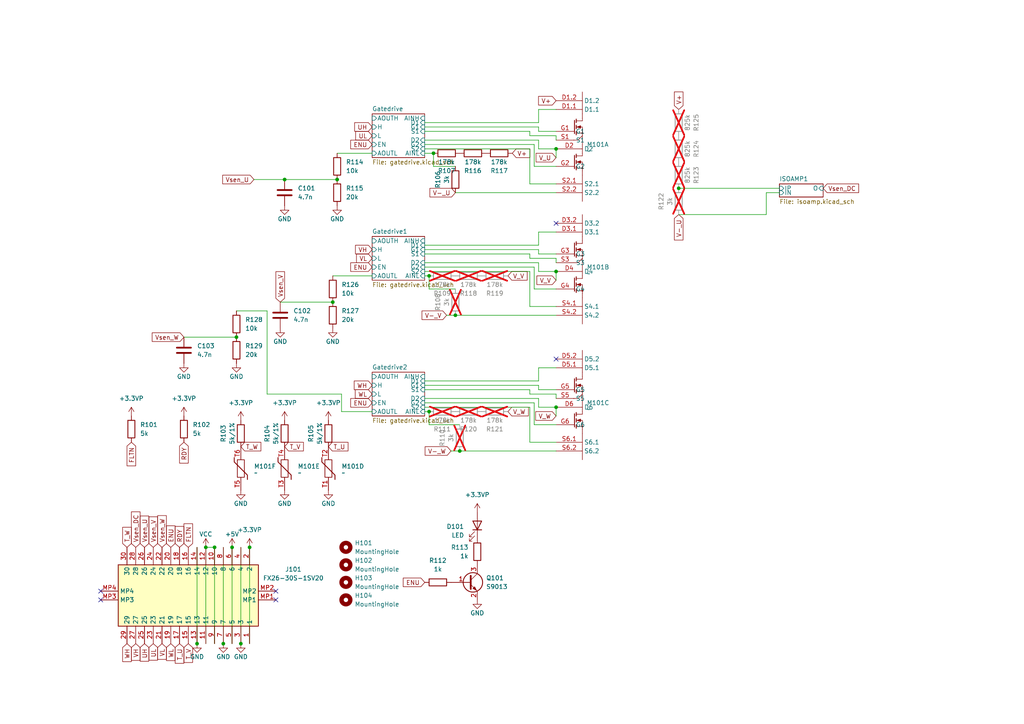
<source format=kicad_sch>
(kicad_sch (version 20231120) (generator "eeschema") (generator_version "8.0")
  (paper "A4")
  (lib_symbols
    (symbol "Device:C" (pin_numbers hide) (pin_names (offset 0.254))
      (property "Reference" "C" (at 0.635 2.54 0))
      (property "Value" "C" (at 0.635 -2.54 0))
      (symbol "C_0_1"
        (polyline (pts (xy -2.032 -0.762) (xy 2.032 -0.762)) (stroke (width 0.508)))
        (polyline (pts (xy -2.032 0.762) (xy 2.032 0.762)) (stroke (width 0.508)))
      )
      (symbol "C_1_1"
        (pin passive line (at 0 3.81 270) (length 2.794) (name "~") (number "1"))
        (pin passive line (at 0 -3.81 90) (length 2.794) (name "~") (number "2"))
      )
    )
    (symbol "Device:LED" (pin_numbers hide) (pin_names (offset 1.016) hide)
      (property "Reference" "D" (at 0 2.54 0))
      (property "Value" "LED" (at 0 -2.54 0))
      (symbol "LED_0_1"
        (polyline (pts (xy -1.27 -1.27) (xy -1.27 1.27)) (stroke (width 0.254)))
        (polyline (pts (xy -1.27 0) (xy 1.27 0)))
        (polyline (pts (xy 1.27 -1.27) (xy 1.27 1.27) (xy -1.27 0) (xy 1.27 -1.27)) (stroke (width 0.254)))
        (polyline (pts (xy -3.048 -0.762) (xy -4.572 -2.286) (xy -3.81 -2.286) (xy -4.572 -2.286) (xy -4.572 -1.524)))
        (polyline (pts (xy -1.778 -0.762) (xy -3.302 -2.286) (xy -2.54 -2.286) (xy -3.302 -2.286) (xy -3.302 -1.524)))
      )
      (symbol "LED_1_1"
        (pin passive line (at -3.81 0 0) (length 2.54) (name "K") (number "1"))
        (pin passive line (at 3.81 0 180) (length 2.54) (name "A") (number "2"))
      )
    )
    (symbol "Device:Q_NPN_BEC" (pin_names (offset 0) hide)
      (property "Reference" "Q" (at 5.08 1.27 0))
      (property "Value" "Q_NPN_BEC" (at 5.08 -1.27 0))
      (symbol "Q_NPN_BEC_0_1"
        (polyline (pts (xy 0.635 0.635) (xy 2.54 2.54)))
        (polyline (pts (xy 0.635 -0.635) (xy 2.54 -2.54) (xy 2.54 -2.54)))
        (polyline (pts (xy 0.635 1.905) (xy 0.635 -1.905) (xy 0.635 -1.905)) (stroke (width 0.508)))
        (polyline (pts (xy 1.27 -1.778) (xy 1.778 -1.27) (xy 2.286 -2.286) (xy 1.27 -1.778) (xy 1.27 -1.778)) (fill (type outline)))
        (circle (center 1.27 0) (radius 2.8194) (stroke (width 0.254)))
      )
      (symbol "Q_NPN_BEC_1_1"
        (pin input line (at -5.08 0 0) (length 5.715) (name "B") (number "1"))
        (pin passive line (at 2.54 -5.08 90) (length 2.54) (name "E") (number "2"))
        (pin passive line (at 2.54 5.08 270) (length 2.54) (name "C") (number "3"))
      )
    )
    (symbol "Device:R" (pin_numbers hide) (pin_names (offset 0))
      (property "Reference" "R" (at 2.032 0 90))
      (property "Value" "R" (at 0 0 90))
      (symbol "R_0_1"
        (rectangle (start -1.016 -2.54) (end 1.016 2.54) (stroke (width 0.254)))
      )
      (symbol "R_1_1"
        (pin passive line (at 0 3.81 270) (length 1.27) (name "~") (number "1"))
        (pin passive line (at 0 -3.81 90) (length 1.27) (name "~") (number "2"))
      )
    )
    (symbol "Mechanical:MountingHole" (pin_names (offset 1.016)) (exclude_from_sim yes) (in_bom no)
      (property "Reference" "H" (at 0 5.08 0))
      (property "Value" "MountingHole" (at 0 3.175 0))
      (symbol "MountingHole_0_1"
        (circle (center 0 0) (radius 1.27) (stroke (width 1.27)))
      )
    )
    (symbol "Personal:InverterSiCModule"
      (property "Reference" "M" (at 0 2.54 0))
      (symbol "InverterSiCModule_1_1"
        (circle (center 0 -17.018) (radius 0.1778) (fill (type outline)))
        (circle (center 0 -6.858) (radius 0.1778) (fill (type outline)))
        (polyline (pts (xy -2.286 -13.335) (xy -2.286 -17.145)) (stroke (width 0.254)))
        (polyline (pts (xy -2.286 -3.175) (xy -2.286 -6.985)) (stroke (width 0.254)))
        (polyline (pts (xy -1.778 -17.018) (xy 0 -17.018)))
        (polyline (pts (xy -1.778 -16.51) (xy -1.778 -17.526)) (stroke (width 0.254)))
        (polyline (pts (xy -1.778 -14.732) (xy -1.778 -15.748)) (stroke (width 0.254)))
        (polyline (pts (xy -1.778 -12.954) (xy -1.778 -13.97)) (stroke (width 0.254)))
        (polyline (pts (xy -1.778 -6.858) (xy 0 -6.858)))
        (polyline (pts (xy -1.778 -6.35) (xy -1.778 -7.366)) (stroke (width 0.254)))
        (polyline (pts (xy -1.778 -4.572) (xy -1.778 -5.588)) (stroke (width 0.254)))
        (polyline (pts (xy -1.778 -2.794) (xy -1.778 -3.81)) (stroke (width 0.254)))
        (polyline (pts (xy 0 -26.67) (xy 0 -19.05)))
        (polyline (pts (xy 0 -17.78) (xy 0 -19.05)))
        (polyline (pts (xy 0 -13.462) (xy -1.778 -13.462)))
        (polyline (pts (xy 0 -12.7) (xy 0 -13.462)))
        (polyline (pts (xy 0 -12.7) (xy 0 -7.62)))
        (polyline (pts (xy 0 -3.302) (xy -1.778 -3.302)))
        (polyline (pts (xy 0 -2.54) (xy 0 -3.302)))
        (polyline (pts (xy 0 -1.27) (xy 0 -2.54)))
        (polyline (pts (xy 0 -1.27) (xy 0 5.08)))
        (polyline (pts (xy 0 -17.78) (xy 0 -15.24) (xy -1.778 -15.24)))
        (polyline (pts (xy 0 -7.62) (xy -1.27 -8.89) (xy -2.54 -8.89)))
        (polyline (pts (xy 0 -7.62) (xy 0 -5.08) (xy -1.778 -5.08)))
        (polyline (pts (xy -1.524 -15.24) (xy -0.508 -14.859) (xy -0.508 -15.621) (xy -1.524 -15.24)) (fill (type outline)))
        (polyline (pts (xy -1.524 -5.08) (xy -0.508 -4.699) (xy -0.508 -5.461) (xy -1.524 -5.08)) (fill (type outline)))
        (pin passive line (at -7.62 0 0) (length 7.62) (name "D1.1") (number "D1.1"))
        (pin passive line (at -7.62 2.54 0) (length 7.62) (name "D1.2") (number "D1.2"))
        (pin input line (at -7.62 -11.43 0) (length 7.62) (name "D2") (number "D2"))
        (pin input line (at -7.62 -6.35 0) (length 5.207) (name "G1") (number "G1"))
        (pin input line (at -7.62 -16.51 0) (length 5.207) (name "G2") (number "G2"))
        (pin input line (at -7.62 -8.89 0) (length 5.207) (name "S1") (number "S1"))
        (pin passive line (at -7.62 -21.59 0) (length 7.62) (name "S2.1") (number "S2.1"))
        (pin passive line (at -7.62 -24.13 0) (length 7.62) (name "S2.2") (number "S2.2"))
      )
      (symbol "InverterSiCModule_2_1"
        (circle (center 0 -17.018) (radius 0.1778) (fill (type outline)))
        (circle (center 0 -6.858) (radius 0.1778) (fill (type outline)))
        (polyline (pts (xy -2.286 -13.335) (xy -2.286 -17.145)) (stroke (width 0.254)))
        (polyline (pts (xy -2.286 -3.175) (xy -2.286 -6.985)) (stroke (width 0.254)))
        (polyline (pts (xy -1.778 -17.018) (xy 0 -17.018)))
        (polyline (pts (xy -1.778 -16.51) (xy -1.778 -17.526)) (stroke (width 0.254)))
        (polyline (pts (xy -1.778 -14.732) (xy -1.778 -15.748)) (stroke (width 0.254)))
        (polyline (pts (xy -1.778 -12.954) (xy -1.778 -13.97)) (stroke (width 0.254)))
        (polyline (pts (xy -1.778 -6.858) (xy 0 -6.858)))
        (polyline (pts (xy -1.778 -6.35) (xy -1.778 -7.366)) (stroke (width 0.254)))
        (polyline (pts (xy -1.778 -4.572) (xy -1.778 -5.588)) (stroke (width 0.254)))
        (polyline (pts (xy -1.778 -2.794) (xy -1.778 -3.81)) (stroke (width 0.254)))
        (polyline (pts (xy 0 -26.67) (xy 0 -19.05)))
        (polyline (pts (xy 0 -17.78) (xy 0 -19.05)))
        (polyline (pts (xy 0 -13.462) (xy -1.778 -13.462)))
        (polyline (pts (xy 0 -12.7) (xy 0 -13.462)))
        (polyline (pts (xy 0 -12.7) (xy 0 -7.62)))
        (polyline (pts (xy 0 -3.302) (xy -1.778 -3.302)))
        (polyline (pts (xy 0 -2.54) (xy 0 -3.302)))
        (polyline (pts (xy 0 -1.27) (xy 0 -2.54)))
        (polyline (pts (xy 0 -1.27) (xy 0 5.08)))
        (polyline (pts (xy 0 -17.78) (xy 0 -15.24) (xy -1.778 -15.24)))
        (polyline (pts (xy 0 -7.62) (xy -1.27 -8.89) (xy -2.54 -8.89)))
        (polyline (pts (xy 0 -7.62) (xy 0 -5.08) (xy -1.778 -5.08)))
        (polyline (pts (xy -1.524 -15.24) (xy -0.508 -14.859) (xy -0.508 -15.621) (xy -1.524 -15.24)) (fill (type outline)))
        (polyline (pts (xy -1.524 -5.08) (xy -0.508 -4.699) (xy -0.508 -5.461) (xy -1.524 -5.08)) (fill (type outline)))
        (pin passive line (at -7.62 0 0) (length 7.62) (name "D3.1") (number "D3.1"))
        (pin passive line (at -7.62 2.54 0) (length 7.62) (name "D3.2") (number "D3.2"))
        (pin input line (at -7.62 -11.43 0) (length 7.62) (name "D4") (number "D4"))
        (pin input line (at -7.62 -6.35 0) (length 5.207) (name "G3") (number "G3"))
        (pin input line (at -7.62 -16.51 0) (length 5.207) (name "G4") (number "G4"))
        (pin input line (at -7.62 -8.89 0) (length 5.207) (name "S3") (number "S3"))
        (pin passive line (at -7.62 -21.59 0) (length 7.62) (name "S4.1") (number "S4.1"))
        (pin passive line (at -7.62 -24.13 0) (length 7.62) (name "S4.2") (number "S4.2"))
      )
      (symbol "InverterSiCModule_3_1"
        (circle (center 0 -17.018) (radius 0.1778) (fill (type outline)))
        (circle (center 0 -6.858) (radius 0.1778) (fill (type outline)))
        (polyline (pts (xy -2.286 -13.335) (xy -2.286 -17.145)) (stroke (width 0.254)))
        (polyline (pts (xy -2.286 -3.175) (xy -2.286 -6.985)) (stroke (width 0.254)))
        (polyline (pts (xy -1.778 -17.018) (xy 0 -17.018)))
        (polyline (pts (xy -1.778 -16.51) (xy -1.778 -17.526)) (stroke (width 0.254)))
        (polyline (pts (xy -1.778 -14.732) (xy -1.778 -15.748)) (stroke (width 0.254)))
        (polyline (pts (xy -1.778 -12.954) (xy -1.778 -13.97)) (stroke (width 0.254)))
        (polyline (pts (xy -1.778 -6.858) (xy 0 -6.858)))
        (polyline (pts (xy -1.778 -6.35) (xy -1.778 -7.366)) (stroke (width 0.254)))
        (polyline (pts (xy -1.778 -4.572) (xy -1.778 -5.588)) (stroke (width 0.254)))
        (polyline (pts (xy -1.778 -2.794) (xy -1.778 -3.81)) (stroke (width 0.254)))
        (polyline (pts (xy 0 -26.67) (xy 0 -19.05)))
        (polyline (pts (xy 0 -17.78) (xy 0 -19.05)))
        (polyline (pts (xy 0 -13.462) (xy -1.778 -13.462)))
        (polyline (pts (xy 0 -12.7) (xy 0 -13.462)))
        (polyline (pts (xy 0 -12.7) (xy 0 -7.62)))
        (polyline (pts (xy 0 -3.302) (xy -1.778 -3.302)))
        (polyline (pts (xy 0 -2.54) (xy 0 -3.302)))
        (polyline (pts (xy 0 -1.27) (xy 0 -2.54)))
        (polyline (pts (xy 0 -1.27) (xy 0 5.08)))
        (polyline (pts (xy 0 -17.78) (xy 0 -15.24) (xy -1.778 -15.24)))
        (polyline (pts (xy 0 -7.62) (xy -1.27 -8.89) (xy -2.54 -8.89)))
        (polyline (pts (xy 0 -7.62) (xy 0 -5.08) (xy -1.778 -5.08)))
        (polyline (pts (xy -1.524 -15.24) (xy -0.508 -14.859) (xy -0.508 -15.621) (xy -1.524 -15.24)) (fill (type outline)))
        (polyline (pts (xy -1.524 -5.08) (xy -0.508 -4.699) (xy -0.508 -5.461) (xy -1.524 -5.08)) (fill (type outline)))
        (pin passive line (at -7.62 0 0) (length 7.62) (name "D5.1") (number "D5.1"))
        (pin passive line (at -7.62 2.54 0) (length 7.62) (name "D5.2") (number "D5.2"))
        (pin input line (at -7.62 -11.43 0) (length 7.62) (name "D6") (number "D6"))
        (pin input line (at -7.62 -6.35 0) (length 5.207) (name "G5") (number "G5"))
        (pin input line (at -7.62 -16.51 0) (length 5.207) (name "G6") (number "G6"))
        (pin input line (at -7.62 -8.89 0) (length 5.207) (name "S5") (number "S5"))
        (pin passive line (at -7.62 -21.59 0) (length 7.62) (name "S6.1") (number "S6.1"))
        (pin passive line (at -7.62 -24.13 0) (length 7.62) (name "S6.2") (number "S6.2"))
      )
      (symbol "InverterSiCModule_4_1"
        (rectangle (start -2.54 1.016) (end 2.54 -1.016) (stroke (width 0.2032)))
        (polyline (pts (xy -3.175 -1.905) (xy -1.905 -1.905) (xy 1.905 1.905) (xy 3.175 1.905) (xy 3.175 1.905)) (stroke (width 0.254)))
        (pin passive line (at -6.35 0 0) (length 3.81) (name "~") (number "T1"))
        (pin passive line (at 6.35 0 180) (length 3.81) (name "~") (number "T2"))
      )
      (symbol "InverterSiCModule_5_1"
        (rectangle (start -2.54 1.016) (end 2.54 -1.016) (stroke (width 0.2032)))
        (polyline (pts (xy -3.175 -1.905) (xy -1.905 -1.905) (xy 1.905 1.905) (xy 3.175 1.905) (xy 3.175 1.905)) (stroke (width 0.254)))
        (pin passive line (at -6.35 0 0) (length 3.81) (name "~") (number "T3"))
        (pin passive line (at 6.35 0 180) (length 3.81) (name "~") (number "T4"))
      )
      (symbol "InverterSiCModule_6_1"
        (rectangle (start -2.54 1.016) (end 2.54 -1.016) (stroke (width 0.2032)))
        (polyline (pts (xy -3.175 -1.905) (xy -1.905 -1.905) (xy 1.905 1.905) (xy 3.175 1.905) (xy 3.175 1.905)) (stroke (width 0.254)))
        (pin passive line (at -6.35 0 0) (length 3.81) (name "~") (number "T5"))
        (pin passive line (at 6.35 0 180) (length 3.81) (name "~") (number "T6"))
      )
    )
    (symbol "Samacsys_kicad_sym:FX26-30S-1SV20"
      (property "Reference" "J" (at 46.99 12.7 0))
      (property "Value" "FX26-30S-1SV20" (at 46.99 10.16 0))
      (symbol "FX26-30S-1SV20_1_1"
        (rectangle (start 5.08 7.62) (end 45.72 -10.16) (stroke (width 0.254)) (fill (type background)))
        (pin passive line (at 43.18 -15.24 90) (length 5.08) (name "1") (number "1"))
        (pin passive line (at 33.02 12.7 270) (length 5.08) (name "10") (number "10"))
        (pin passive line (at 30.48 -15.24 90) (length 5.08) (name "11") (number "11"))
        (pin passive line (at 30.48 12.7 270) (length 5.08) (name "12") (number "12"))
        (pin passive line (at 27.94 -15.24 90) (length 5.08) (name "13") (number "13"))
        (pin passive line (at 27.94 12.7 270) (length 5.08) (name "14") (number "14"))
        (pin passive line (at 25.4 -15.24 90) (length 5.08) (name "15") (number "15"))
        (pin passive line (at 25.4 12.7 270) (length 5.08) (name "16") (number "16"))
        (pin passive line (at 22.86 -15.24 90) (length 5.08) (name "17") (number "17"))
        (pin passive line (at 22.86 12.7 270) (length 5.08) (name "18") (number "18"))
        (pin passive line (at 20.32 -15.24 90) (length 5.08) (name "19") (number "19"))
        (pin passive line (at 43.18 12.7 270) (length 5.08) (name "2") (number "2"))
        (pin passive line (at 20.32 12.7 270) (length 5.08) (name "20") (number "20"))
        (pin passive line (at 17.78 -15.24 90) (length 5.08) (name "21") (number "21"))
        (pin passive line (at 17.78 12.7 270) (length 5.08) (name "22") (number "22"))
        (pin passive line (at 15.24 -15.24 90) (length 5.08) (name "23") (number "23"))
        (pin passive line (at 15.24 12.7 270) (length 5.08) (name "24") (number "24"))
        (pin passive line (at 12.7 -15.24 90) (length 5.08) (name "25") (number "25"))
        (pin passive line (at 12.7 12.7 270) (length 5.08) (name "26") (number "26"))
        (pin passive line (at 10.16 -15.24 90) (length 5.08) (name "27") (number "27"))
        (pin passive line (at 10.16 12.7 270) (length 5.08) (name "28") (number "28"))
        (pin passive line (at 7.62 -15.24 90) (length 5.08) (name "29") (number "29"))
        (pin passive line (at 40.64 -15.24 90) (length 5.08) (name "3") (number "3"))
        (pin passive line (at 7.62 12.7 270) (length 5.08) (name "30") (number "30"))
        (pin passive line (at 40.64 12.7 270) (length 5.08) (name "4") (number "4"))
        (pin passive line (at 38.1 -15.24 90) (length 5.08) (name "5") (number "5"))
        (pin passive line (at 38.1 12.7 270) (length 5.08) (name "6") (number "6"))
        (pin passive line (at 35.56 -15.24 90) (length 5.08) (name "7") (number "7"))
        (pin passive line (at 35.56 12.7 270) (length 5.08) (name "8") (number "8"))
        (pin passive line (at 33.02 -15.24 90) (length 5.08) (name "9") (number "9"))
        (pin passive line (at 50.8 -2.54 180) (length 5.08) (name "MP1") (number "MP1"))
        (pin passive line (at 50.8 0 180) (length 5.08) (name "MP2") (number "MP2"))
        (pin passive line (at 0 -2.54 0) (length 5.08) (name "MP3") (number "MP3"))
        (pin passive line (at 0 0 0) (length 5.08) (name "MP4") (number "MP4"))
      )
    )
    (symbol "power:+3.3VP" (power) (pin_names (offset 0))
      (property "Value" "+3.3VP" (at 0 2.54 0))
      (symbol "+3.3VP_0_0"
        (pin power_in line (at 0 0 90) (length 0) hide (name "+3.3VP") (number "1"))
      )
      (symbol "+3.3VP_0_1"
        (polyline (pts (xy -0.762 1.27) (xy 0 2.54)))
        (polyline (pts (xy 0 0) (xy 0 2.54)))
        (polyline (pts (xy 0 2.54) (xy 0.762 1.27)))
      )
    )
    (symbol "power:+5V" (power) (pin_names (offset 0))
      (property "Value" "+5V" (at 0 3.556 0))
      (symbol "+5V_0_1"
        (polyline (pts (xy -0.762 1.27) (xy 0 2.54)))
        (polyline (pts (xy 0 0) (xy 0 2.54)))
        (polyline (pts (xy 0 2.54) (xy 0.762 1.27)))
      )
      (symbol "+5V_1_1"
        (pin power_in line (at 0 0 90) (length 0) hide (name "+5V") (number "1"))
      )
    )
    (symbol "power:GND" (power) (pin_names (offset 0))
      (property "Value" "GND" (at 0 -3.81 0))
      (symbol "GND_0_1"
        (polyline (pts (xy 0 0) (xy 0 -1.27) (xy 1.27 -1.27) (xy 0 -2.54) (xy -1.27 -1.27) (xy 0 -1.27)))
      )
      (symbol "GND_1_1"
        (pin power_in line (at 0 0 270) (length 0) hide (name "GND") (number "1"))
      )
    )
    (symbol "power:VCC" (power) (pin_numbers hide) (pin_names (offset 0) hide)
      (property "Value" "VCC" (at 0 3.556 0))
      (symbol "VCC_0_1"
        (polyline (pts (xy -0.762 1.27) (xy 0 2.54)))
        (polyline (pts (xy 0 0) (xy 0 2.54)))
        (polyline (pts (xy 0 2.54) (xy 0.762 1.27)))
      )
      (symbol "VCC_1_1"
        (pin power_in line (at 0 0 90) (length 0) (name "~") (number "1"))
      )
    )
  )
  (junction (at 69.85 186.69))
  (junction (at 68.58 97.79))
  (junction (at 133.35 130.81))
  (junction (at 124.46 80.01))
  (junction (at 64.77 186.69))
  (junction (at 125.73 44.45))
  (junction (at 72.39 158.75))
  (junction (at 161.29 43.18))
  (junction (at 57.15 186.69))
  (junction (at 124.46 119.38))
  (junction (at 161.29 118.11))
  (junction (at 59.69 158.75))
  (junction (at 62.23 158.75))
  (junction (at 82.55 52.07))
  (junction (at 196.85 54.61))
  (junction (at 161.29 78.74))
  (junction (at 132.08 91.44))
  (junction (at 97.79 52.07))
  (junction (at 96.52 87.63))
  (junction (at 67.31 158.75))
  (no_connect (at 161.29 104.14))
  (no_connect (at 29.21 171.45))
  (no_connect (at 161.29 64.77))
  (no_connect (at 80.01 173.99))
  (no_connect (at 29.21 173.99))
  (no_connect (at 80.01 171.45))
  (wire (pts (xy 153.67 88.9) (xy 161.29 88.9)))
  (wire (pts (xy 156.21 36.83) (xy 156.21 38.1)))
  (wire (pts (xy 64.77 158.75) (xy 64.77 186.69)))
  (wire (pts (xy 161.29 39.37) (xy 161.29 40.64)))
  (wire (pts (xy 123.19 72.39) (xy 156.21 72.39)))
  (wire (pts (xy 124.46 83.82) (xy 124.46 80.01)))
  (wire (pts (xy 161.29 106.68) (xy 156.21 106.68)))
  (wire (pts (xy 123.19 118.11) (xy 153.67 118.11)))
  (wire (pts (xy 161.29 120.65) (xy 161.29 118.11)))
  (wire (pts (xy 196.85 62.23) (xy 222.25 62.23)))
  (wire (pts (xy 123.19 38.1) (xy 153.67 38.1)))
  (wire (pts (xy 123.19 111.76) (xy 156.21 111.76)))
  (wire (pts (xy 156.21 71.12) (xy 123.19 71.12)))
  (wire (pts (xy 161.29 67.31) (xy 156.21 67.31)))
  (wire (pts (xy 161.29 48.26) (xy 154.94 48.26)))
  (wire (pts (xy 161.29 43.18) (xy 161.29 45.72)))
  (wire (pts (xy 53.34 97.79) (xy 68.58 97.79)))
  (wire (pts (xy 59.69 158.75) (xy 62.23 158.75)))
  (wire (pts (xy 156.21 73.66) (xy 161.29 73.66)))
  (wire (pts (xy 156.21 35.56) (xy 123.19 35.56)))
  (wire (pts (xy 129.54 91.44) (xy 132.08 91.44)))
  (wire (pts (xy 124.46 123.19) (xy 124.46 119.38)))
  (wire (pts (xy 161.29 39.37) (xy 153.67 39.37)))
  (wire (pts (xy 156.21 72.39) (xy 156.21 73.66)))
  (wire (pts (xy 161.29 123.19) (xy 154.94 123.19)))
  (wire (pts (xy 123.19 116.84) (xy 154.94 116.84)))
  (wire (pts (xy 123.19 43.18) (xy 153.67 43.18)))
  (wire (pts (xy 123.19 113.03) (xy 153.67 113.03)))
  (wire (pts (xy 154.94 48.26) (xy 154.94 41.91)))
  (wire (pts (xy 156.21 78.74) (xy 161.29 78.74)))
  (wire (pts (xy 156.21 115.57) (xy 156.21 118.11)))
  (wire (pts (xy 59.69 158.75) (xy 59.69 186.69)))
  (wire (pts (xy 222.25 62.23) (xy 222.25 55.88)))
  (wire (pts (xy 161.29 74.93) (xy 161.29 76.2)))
  (wire (pts (xy 161.29 83.82) (xy 154.94 83.82)))
  (wire (pts (xy 123.19 73.66) (xy 153.67 73.66)))
  (wire (pts (xy 156.21 113.03) (xy 161.29 113.03)))
  (wire (pts (xy 161.29 74.93) (xy 153.67 74.93)))
  (wire (pts (xy 153.67 74.93) (xy 153.67 73.66)))
  (wire (pts (xy 161.29 78.74) (xy 161.29 81.28)))
  (wire (pts (xy 156.21 31.75) (xy 156.21 35.56)))
  (wire (pts (xy 123.19 76.2) (xy 156.21 76.2)))
  (wire (pts (xy 67.31 158.75) (xy 67.31 186.69)))
  (wire (pts (xy 153.67 38.1) (xy 153.67 39.37)))
  (wire (pts (xy 69.85 158.75) (xy 69.85 186.69)))
  (wire (pts (xy 156.21 110.49) (xy 123.19 110.49)))
  (wire (pts (xy 125.73 44.45) (xy 125.73 48.26)))
  (wire (pts (xy 73.66 52.07) (xy 82.55 52.07)))
  (wire (pts (xy 132.08 55.88) (xy 161.29 55.88)))
  (wire (pts (xy 72.39 158.75) (xy 72.39 186.69)))
  (wire (pts (xy 68.58 90.17) (xy 77.47 90.17)))
  (wire (pts (xy 156.21 106.68) (xy 156.21 110.49)))
  (wire (pts (xy 81.28 87.63) (xy 96.52 87.63)))
  (wire (pts (xy 153.67 113.03) (xy 153.67 114.3)))
  (wire (pts (xy 123.19 36.83) (xy 156.21 36.83)))
  (wire (pts (xy 153.67 118.11) (xy 153.67 128.27)))
  (wire (pts (xy 156.21 118.11) (xy 161.29 118.11)))
  (wire (pts (xy 96.52 80.01) (xy 107.95 80.01)))
  (wire (pts (xy 153.67 53.34) (xy 161.29 53.34)))
  (wire (pts (xy 153.67 43.18) (xy 153.67 53.34)))
  (wire (pts (xy 154.94 83.82) (xy 154.94 77.47)))
  (wire (pts (xy 196.85 54.61) (xy 226.06 54.61)))
  (wire (pts (xy 99.06 119.38) (xy 107.95 119.38)))
  (wire (pts (xy 99.06 114.3) (xy 99.06 119.38)))
  (wire (pts (xy 123.19 44.45) (xy 125.73 44.45)))
  (wire (pts (xy 156.21 111.76) (xy 156.21 113.03)))
  (wire (pts (xy 123.19 41.91) (xy 154.94 41.91)))
  (wire (pts (xy 133.35 130.81) (xy 161.29 130.81)))
  (wire (pts (xy 161.29 114.3) (xy 153.67 114.3)))
  (wire (pts (xy 161.29 114.3) (xy 161.29 115.57)))
  (wire (pts (xy 57.15 158.75) (xy 57.15 186.69)))
  (wire (pts (xy 132.08 83.82) (xy 124.46 83.82)))
  (wire (pts (xy 156.21 76.2) (xy 156.21 78.74)))
  (wire (pts (xy 123.19 77.47) (xy 154.94 77.47)))
  (wire (pts (xy 123.19 115.57) (xy 156.21 115.57)))
  (wire (pts (xy 222.25 55.88) (xy 226.06 55.88)))
  (wire (pts (xy 82.55 52.07) (xy 97.79 52.07)))
  (wire (pts (xy 62.23 158.75) (xy 62.23 186.69)))
  (wire (pts (xy 156.21 38.1) (xy 161.29 38.1)))
  (wire (pts (xy 153.67 78.74) (xy 153.67 88.9)))
  (wire (pts (xy 130.81 130.81) (xy 133.35 130.81)))
  (wire (pts (xy 154.94 123.19) (xy 154.94 116.84)))
  (wire (pts (xy 133.35 123.19) (xy 124.46 123.19)))
  (wire (pts (xy 156.21 40.64) (xy 156.21 43.18)))
  (wire (pts (xy 97.79 44.45) (xy 107.95 44.45)))
  (wire (pts (xy 161.29 31.75) (xy 156.21 31.75)))
  (wire (pts (xy 132.08 91.44) (xy 161.29 91.44)))
  (wire (pts (xy 77.47 90.17) (xy 77.47 114.3)))
  (wire (pts (xy 77.47 114.3) (xy 99.06 114.3)))
  (wire (pts (xy 153.67 128.27) (xy 161.29 128.27)))
  (wire (pts (xy 123.19 80.01) (xy 124.46 80.01)))
  (wire (pts (xy 156.21 43.18) (xy 161.29 43.18)))
  (wire (pts (xy 123.19 119.38) (xy 124.46 119.38)))
  (wire (pts (xy 123.19 40.64) (xy 156.21 40.64)))
  (wire (pts (xy 123.19 78.74) (xy 153.67 78.74)))
  (wire (pts (xy 156.21 67.31) (xy 156.21 71.12)))
  (wire (pts (xy 125.73 48.26) (xy 132.08 48.26)))
  (global_label "V_U" (shape input) (at 161.29 45.72 180) (property "Intersheetrefs" "${INTERSHEET_REFS}" (effects (hide yes))))
  (global_label "Vsen_U" (shape input) (at 73.66 52.07 180) (property "Intersheetrefs" "${INTERSHEET_REFS}" (effects (hide yes))))
  (global_label "V-_U" (shape input) (at 196.85 62.23 270) (property "Intersheetrefs" "${INTERSHEET_REFS}" (effects (hide yes))))
  (global_label "RDY" (shape input) (at 52.07 158.75 90) (property "Intersheetrefs" "${INTERSHEET_REFS}" (effects (hide yes))))
  (global_label "Vsen_DC" (shape input) (at 238.76 54.61 0) (property "Intersheetrefs" "${INTERSHEET_REFS}" (effects (hide yes))))
  (global_label "Vsen_V" (shape input) (at 44.45 158.75 90) (property "Intersheetrefs" "${INTERSHEET_REFS}" (effects (hide yes))))
  (global_label "WL" (shape input) (at 107.95 114.3 180) (property "Intersheetrefs" "${INTERSHEET_REFS}" (effects (hide yes))))
  (global_label "FLTN" (shape input) (at 54.61 158.75 90) (property "Intersheetrefs" "${INTERSHEET_REFS}" (effects (hide yes))))
  (global_label "WL" (shape input) (at 49.53 186.69 270) (property "Intersheetrefs" "${INTERSHEET_REFS}" (effects (hide yes))))
  (global_label "T_V" (shape input) (at 54.61 186.69 270) (property "Intersheetrefs" "${INTERSHEET_REFS}" (effects (hide yes))))
  (global_label "ENU" (shape input) (at 123.19 168.91 180) (property "Intersheetrefs" "${INTERSHEET_REFS}" (effects (hide yes))))
  (global_label "WH" (shape input) (at 36.83 186.69 270) (property "Intersheetrefs" "${INTERSHEET_REFS}" (effects (hide yes))))
  (global_label "UH" (shape input) (at 107.95 36.83 180) (property "Intersheetrefs" "${INTERSHEET_REFS}" (effects (hide yes))))
  (global_label "T_W" (shape input) (at 69.85 129.54 0) (property "Intersheetrefs" "${INTERSHEET_REFS}" (effects (hide yes))))
  (global_label "V_W" (shape input) (at 161.29 120.65 180) (property "Intersheetrefs" "${INTERSHEET_REFS}" (effects (hide yes))))
  (global_label "V_V" (shape input) (at 147.32 80.01 0) (property "Intersheetrefs" "${INTERSHEET_REFS}" (effects (hide yes))))
  (global_label "Vsen_DC" (shape input) (at 39.37 158.75 90) (property "Intersheetrefs" "${INTERSHEET_REFS}" (effects (hide yes))))
  (global_label "V-_W" (shape input) (at 130.81 130.81 180) (property "Intersheetrefs" "${INTERSHEET_REFS}" (effects (hide yes))))
  (global_label "V+" (shape input) (at 161.29 29.21 180) (property "Intersheetrefs" "${INTERSHEET_REFS}" (effects (hide yes))))
  (global_label "V_V" (shape input) (at 161.29 81.28 180) (property "Intersheetrefs" "${INTERSHEET_REFS}" (effects (hide yes))))
  (global_label "Vsen_W" (shape input) (at 53.34 97.79 180) (property "Intersheetrefs" "${INTERSHEET_REFS}" (effects (hide yes))))
  (global_label "VH" (shape input) (at 107.95 72.39 180) (property "Intersheetrefs" "${INTERSHEET_REFS}" (effects (hide yes))))
  (global_label "V+" (shape input) (at 196.85 31.75 90) (property "Intersheetrefs" "${INTERSHEET_REFS}" (effects (hide yes))))
  (global_label "ENU" (shape input) (at 49.53 158.75 90) (property "Intersheetrefs" "${INTERSHEET_REFS}" (effects (hide yes))))
  (global_label "V_W" (shape input) (at 147.32 119.38 0) (property "Intersheetrefs" "${INTERSHEET_REFS}" (effects (hide yes))))
  (global_label "UL" (shape input) (at 44.45 186.69 270) (property "Intersheetrefs" "${INTERSHEET_REFS}" (effects (hide yes))))
  (global_label "VL" (shape input) (at 46.99 186.69 270) (property "Intersheetrefs" "${INTERSHEET_REFS}" (effects (hide yes))))
  (global_label "RDY" (shape input) (at 53.34 128.27 270) (property "Intersheetrefs" "${INTERSHEET_REFS}" (effects (hide yes))))
  (global_label "Vsen_U" (shape input) (at 41.91 158.75 90) (property "Intersheetrefs" "${INTERSHEET_REFS}" (effects (hide yes))))
  (global_label "UL" (shape input) (at 107.95 39.37 180) (property "Intersheetrefs" "${INTERSHEET_REFS}" (effects (hide yes))))
  (global_label "V+" (shape input) (at 148.59 44.45 0) (property "Intersheetrefs" "${INTERSHEET_REFS}" (effects (hide yes))))
  (global_label "ENU" (shape input) (at 107.95 116.84 180) (property "Intersheetrefs" "${INTERSHEET_REFS}" (effects (hide yes))))
  (global_label "Vsen_V" (shape input) (at 81.28 87.63 90) (property "Intersheetrefs" "${INTERSHEET_REFS}" (effects (hide yes))))
  (global_label "VH" (shape input) (at 39.37 186.69 270) (property "Intersheetrefs" "${INTERSHEET_REFS}" (effects (hide yes))))
  (global_label "T_V" (shape input) (at 82.55 129.54 0) (property "Intersheetrefs" "${INTERSHEET_REFS}" (effects (hide yes))))
  (global_label "V-_V" (shape input) (at 129.54 91.44 180) (property "Intersheetrefs" "${INTERSHEET_REFS}" (effects (hide yes))))
  (global_label "ENU" (shape input) (at 107.95 41.91 180) (property "Intersheetrefs" "${INTERSHEET_REFS}" (effects (hide yes))))
  (global_label "FLTN" (shape input) (at 38.1 128.27 270) (property "Intersheetrefs" "${INTERSHEET_REFS}" (effects (hide yes))))
  (global_label "V-_U" (shape input) (at 132.08 55.88 180) (property "Intersheetrefs" "${INTERSHEET_REFS}" (effects (hide yes))))
  (global_label "WH" (shape input) (at 107.95 111.76 180) (property "Intersheetrefs" "${INTERSHEET_REFS}" (effects (hide yes))))
  (global_label "ENU" (shape input) (at 107.95 77.47 180) (property "Intersheetrefs" "${INTERSHEET_REFS}" (effects (hide yes))))
  (global_label "T_U" (shape input) (at 52.07 186.69 270) (property "Intersheetrefs" "${INTERSHEET_REFS}" (effects (hide yes))))
  (global_label "VL" (shape input) (at 107.95 74.93 180) (property "Intersheetrefs" "${INTERSHEET_REFS}" (effects (hide yes))))
  (global_label "T_W" (shape input) (at 36.83 158.75 90) (property "Intersheetrefs" "${INTERSHEET_REFS}" (effects (hide yes))))
  (global_label "Vsen_W" (shape input) (at 46.99 158.75 90) (property "Intersheetrefs" "${INTERSHEET_REFS}" (effects (hide yes))))
  (global_label "UH" (shape input) (at 41.91 186.69 270) (property "Intersheetrefs" "${INTERSHEET_REFS}" (effects (hide yes))))
  (global_label "T_U" (shape input) (at 95.25 129.54 0) (property "Intersheetrefs" "${INTERSHEET_REFS}" (effects (hide yes))))
  (symbol (lib_id "Device:R") (at 96.52 83.82 0) (unit 1)
    (property "Reference" "R126" (at 99.06 82.5499 0) (effects (justify left)))
    (property "Value" "10k" (at 99.06 85.0899 0) (effects (justify left)))
    (property "Footprint" "Resistor_SMD:R_0603_1608Metric" (effects (hide yes)))
    (property "Description" "Resistor" (effects (hide yes)))
  )
  (symbol (lib_id "Mechanical:MountingHole") (at 100.33 168.91 0) (unit 1) (exclude_from_sim yes) (in_bom no)
    (property "Reference" "H103" (at 102.87 167.6399 0) (effects (justify left)))
    (property "Value" "MountingHole" (at 102.87 170.1799 0) (effects (justify left)))
    (property "Footprint" "MountingHole:MountingHole_4mm" (effects (hide yes)))
    (property "Description" "Mounting Hole without connection" (effects (hide yes)))
  )
  (symbol (lib_id "Device:R") (at 96.52 91.44 0) (unit 1)
    (property "Reference" "R127" (at 99.06 90.1699 0) (effects (justify left)))
    (property "Value" "20k" (at 99.06 92.7099 0) (effects (justify left)))
    (property "Footprint" "Resistor_SMD:R_0603_1608Metric" (effects (hide yes)))
    (property "Description" "Resistor" (effects (hide yes)))
  )
  (symbol (lib_id "Device:R") (at 82.55 125.73 180) (unit 1)
    (property "Reference" "R104" (at 77.47 125.73 90))
    (property "Value" "5k/1%" (at 80.01 125.73 90))
    (property "Footprint" "Resistor_SMD:R_0603_1608Metric" (effects (hide yes)))
    (property "Description" "Resistor" (effects (hide yes)))
  )
  (symbol (lib_id "power:+3.3VP") (at 72.39 158.75 0) (unit 1)
    (property "Reference" "#PWR0111" (effects (hide yes)))
    (property "Value" "+3.3VP" (at 72.39 153.67 0))
    (property "Description" "Power symbol creates a global label with name \"+3.3VP\"" (effects (hide yes)))
  )
  (symbol (lib_id "Personal:InverterSiCModule") (at 168.91 106.68 0) (unit 3)
    (property "Reference" "M101" (at 170.18 116.8399 0) (effects (justify left)))
    (property "Value" "~" (at 170.18 118.745 0) (effects (justify left)))
    (property "Footprint" "Personal:InverterSiCModule" (effects (hide yes)))
  )
  (symbol (lib_id "Device:R") (at 135.89 119.38 270) (unit 1) (dnp yes)
    (property "Reference" "R120" (at 135.89 124.46 90))
    (property "Value" "178k" (at 135.89 121.92 90))
    (property "Footprint" "Resistor_SMD:R_1206_3216Metric" (effects (hide yes)))
    (property "Description" "Resistor" (effects (hide yes)))
  )
  (symbol (lib_id "Device:R") (at 133.35 127 180) (unit 1) (dnp yes)
    (property "Reference" "R110" (at 128.27 127 90))
    (property "Value" "3k" (at 130.81 127 90))
    (property "Footprint" "Resistor_SMD:R_1206_3216Metric" (effects (hide yes)))
    (property "Description" "Resistor" (effects (hide yes)))
  )
  (symbol (lib_id "power:GND") (at 57.15 186.69 0) (unit 1)
    (property "Reference" "#PWR0114" (effects (hide yes)))
    (property "Value" "GND" (at 57.15 190.5 0))
    (property "Description" "Power symbol creates a global label with name \"GND\" , ground" (effects (hide yes)))
  )
  (symbol (lib_id "Device:R") (at 128.27 119.38 270) (unit 1) (dnp yes)
    (property "Reference" "R111" (at 128.27 124.46 90))
    (property "Value" "178k" (at 128.27 121.92 90))
    (property "Footprint" "Resistor_SMD:R_1206_3216Metric" (effects (hide yes)))
    (property "Description" "Resistor" (effects (hide yes)))
  )
  (symbol (lib_id "power:GND") (at 138.43 173.99 0) (unit 1)
    (property "Reference" "#PWR0112" (effects (hide yes)))
    (property "Value" "GND" (at 138.43 177.8 0))
    (property "Description" "Power symbol creates a global label with name \"GND\" , ground" (effects (hide yes)))
  )
  (symbol (lib_id "Samacsys_kicad_sym:FX26-30S-1SV20") (at 29.21 171.45 0) (unit 1)
    (property "Reference" "J101" (at 85.09 165.1314 0))
    (property "Value" "FX26-30S-1SV20" (at 85.09 167.6714 0))
    (property "Footprint" "Samacsys:FX2630S1SV20" (effects (hide yes)))
    (property "Datasheet" "https://www.hirose.com/product/download/?distributor=all&type=catalogue&lang=en&series=FX26" (effects (hide yes)))
    (property "Description" "30 Position Connector Receptacle, Floating Surface Mount Gold" (effects (hide yes)))
    (property "Height" "17" (effects (hide yes)))
    (property "Mouser Part Number" "798-FX2630S1SV20" (effects (hide yes)))
    (property "Mouser Price/Stock" "https://www.mouser.co.uk/ProductDetail/Hirose-Connector/FX26-30S-1SV20?qs=QNEnbhJQKvYSwyt6W3gAGQ%3D%3D" (effects (hide yes)))
    (property "Manufacturer_Name" "Hirose" (effects (hide yes)))
    (property "Manufacturer_Part_Number" "FX26-30S-1SV20" (effects (hide yes)))
  )
  (symbol (lib_id "Device:R") (at 38.1 124.46 0) (unit 1)
    (property "Reference" "R101" (at 40.64 123.1899 0) (effects (justify left)))
    (property "Value" "5k" (at 40.64 125.7299 0) (effects (justify left)))
    (property "Footprint" "Resistor_SMD:R_0603_1608Metric" (effects (hide yes)))
    (property "Description" "Resistor" (effects (hide yes)))
  )
  (symbol (lib_id "Device:R") (at 196.85 43.18 0) (unit 1) (dnp yes)
    (property "Reference" "R124" (at 201.93 43.18 90))
    (property "Value" "825k" (at 199.39 43.18 90))
    (property "Footprint" "Resistor_SMD:R_1206_3216Metric" (effects (hide yes)))
    (property "Description" "Resistor" (effects (hide yes)))
  )
  (symbol (lib_id "Device:R") (at 132.08 52.07 180) (unit 1)
    (property "Reference" "R106" (at 127 52.07 90))
    (property "Value" "3k" (at 129.54 52.07 90))
    (property "Footprint" "Resistor_SMD:R_1206_3216Metric" (effects (hide yes)))
    (property "Description" "Resistor" (effects (hide yes)))
  )
  (symbol (lib_id "Mechanical:MountingHole") (at 100.33 163.83 0) (unit 1) (exclude_from_sim yes) (in_bom no)
    (property "Reference" "H102" (at 102.87 162.5599 0) (effects (justify left)))
    (property "Value" "MountingHole" (at 102.87 165.0999 0) (effects (justify left)))
    (property "Footprint" "MountingHole:MountingHole_4mm" (effects (hide yes)))
    (property "Description" "Mounting Hole without connection" (effects (hide yes)))
  )
  (symbol (lib_id "Device:R") (at 138.43 160.02 0) (mirror y) (unit 1)
    (property "Reference" "R113" (at 135.89 158.75 0) (effects (justify left)))
    (property "Value" "1k" (at 135.89 161.29 0) (effects (justify left)))
    (property "Footprint" "Resistor_SMD:R_0603_1608Metric" (effects (hide yes)))
  )
  (symbol (lib_id "power:VCC") (at 59.69 158.75 0) (unit 1)
    (property "Reference" "#PWR0109" (effects (hide yes)))
    (property "Value" "VCC" (at 59.69 154.94 0))
    (property "Description" "Power symbol creates a global label with name \"VCC\"" (effects (hide yes)))
  )
  (symbol (lib_id "Device:R") (at 143.51 80.01 270) (unit 1) (dnp yes)
    (property "Reference" "R119" (at 143.51 85.09 90))
    (property "Value" "178k" (at 143.51 82.55 90))
    (property "Footprint" "Resistor_SMD:R_1206_3216Metric" (effects (hide yes)))
    (property "Description" "Resistor" (effects (hide yes)))
  )
  (symbol (lib_id "Device:R") (at 68.58 101.6 0) (unit 1)
    (property "Reference" "R129" (at 71.12 100.3299 0) (effects (justify left)))
    (property "Value" "20k" (at 71.12 102.8699 0) (effects (justify left)))
    (property "Footprint" "Resistor_SMD:R_0603_1608Metric" (effects (hide yes)))
    (property "Description" "Resistor" (effects (hide yes)))
  )
  (symbol (lib_id "power:+5V") (at 67.31 158.75 0) (unit 1)
    (property "Reference" "#PWR0110" (effects (hide yes)))
    (property "Value" "+5V" (at 67.31 154.94 0))
    (property "Description" "Power symbol creates a global label with name \"+5V\"" (effects (hide yes)))
  )
  (symbol (lib_id "power:GND") (at 82.55 142.24 0) (unit 1)
    (property "Reference" "#PWR0107" (effects (hide yes)))
    (property "Value" "GND" (at 82.55 146.05 0))
    (property "Description" "Power symbol creates a global label with name \"GND\" , ground" (effects (hide yes)))
  )
  (symbol (lib_id "Personal:InverterSiCModule") (at 95.25 135.89 90) (unit 4)
    (property "Reference" "M101" (at 99.06 135.2549 90) (effects (justify right)))
    (property "Value" "~" (at 99.06 137.16 90) (effects (justify right)))
    (property "Footprint" "Personal:InverterSiCModule" (effects (hide yes)))
  )
  (symbol (lib_id "power:GND") (at 96.52 95.25 0) (unit 1)
    (property "Reference" "#PWR0120" (effects (hide yes)))
    (property "Value" "GND" (at 96.52 99.06 0))
    (property "Description" "Power symbol creates a global label with name \"GND\" , ground" (effects (hide yes)))
  )
  (symbol (lib_id "Device:R") (at 144.78 44.45 270) (unit 1)
    (property "Reference" "R117" (at 144.78 49.53 90))
    (property "Value" "178k" (at 144.78 46.99 90))
    (property "Footprint" "Resistor_SMD:R_1206_3216Metric" (effects (hide yes)))
    (property "Description" "Resistor" (effects (hide yes)))
  )
  (symbol (lib_id "Device:LED") (at 138.43 152.4 270) (mirror x) (unit 1)
    (property "Reference" "D101" (at 134.62 152.7174 90) (effects (justify right)))
    (property "Value" "LED" (at 134.62 155.2574 90) (effects (justify right)))
    (property "Footprint" "LED_SMD:LED_0603_1608Metric" (effects (hide yes)))
  )
  (symbol (lib_id "power:+3.3VP") (at 69.85 121.92 0) (unit 1)
    (property "Reference" "#PWR0103" (effects (hide yes)))
    (property "Value" "+3.3VP" (at 69.85 116.84 0))
    (property "Description" "Power symbol creates a global label with name \"+3.3VP\"" (effects (hide yes)))
  )
  (symbol (lib_id "Device:Q_NPN_BEC") (at 135.89 168.91 0) (unit 1)
    (property "Reference" "Q101" (at 140.97 167.6399 0) (effects (justify left)))
    (property "Value" "S9013" (at 140.97 170.1799 0) (effects (justify left)))
    (property "Footprint" "Package_TO_SOT_SMD:SOT-23-3" (effects (hide yes)))
    (property "Description" "NPN transistor, base/emitter/collector" (effects (hide yes)))
  )
  (symbol (lib_id "Mechanical:MountingHole") (at 100.33 173.99 0) (unit 1) (exclude_from_sim yes) (in_bom no)
    (property "Reference" "H104" (at 102.87 172.7199 0) (effects (justify left)))
    (property "Value" "MountingHole" (at 102.87 175.2599 0) (effects (justify left)))
    (property "Footprint" "MountingHole:MountingHole_4mm" (effects (hide yes)))
    (property "Description" "Mounting Hole without connection" (effects (hide yes)))
  )
  (symbol (lib_id "Device:R") (at 69.85 125.73 180) (unit 1)
    (property "Reference" "R103" (at 64.77 125.73 90))
    (property "Value" "5k/1%" (at 67.31 125.73 90))
    (property "Footprint" "Resistor_SMD:R_0603_1608Metric" (effects (hide yes)))
    (property "Description" "Resistor" (effects (hide yes)))
  )
  (symbol (lib_id "power:GND") (at 81.28 95.25 0) (unit 1)
    (property "Reference" "#PWR0119" (effects (hide yes)))
    (property "Value" "GND" (at 81.28 99.06 0))
    (property "Description" "Power symbol creates a global label with name \"GND\" , ground" (effects (hide yes)))
  )
  (symbol (lib_id "power:GND") (at 69.85 142.24 0) (unit 1)
    (property "Reference" "#PWR0106" (effects (hide yes)))
    (property "Value" "GND" (at 69.85 146.05 0))
    (property "Description" "Power symbol creates a global label with name \"GND\" , ground" (effects (hide yes)))
  )
  (symbol (lib_id "power:GND") (at 64.77 186.69 0) (unit 1)
    (property "Reference" "#PWR0115" (effects (hide yes)))
    (property "Value" "GND" (at 64.77 190.5 0))
    (property "Description" "Power symbol creates a global label with name \"GND\" , ground" (effects (hide yes)))
  )
  (symbol (lib_id "Personal:InverterSiCModule") (at 69.85 135.89 90) (unit 6)
    (property "Reference" "M101" (at 73.66 135.2549 90) (effects (justify right)))
    (property "Value" "~" (at 73.66 137.16 90) (effects (justify right)))
    (property "Footprint" "Personal:InverterSiCModule" (effects (hide yes)))
  )
  (symbol (lib_id "Device:R") (at 196.85 50.8 0) (unit 1) (dnp yes)
    (property "Reference" "R123" (at 201.93 50.8 90))
    (property "Value" "825k" (at 199.39 50.8 90))
    (property "Footprint" "Resistor_SMD:R_1206_3216Metric" (effects (hide yes)))
    (property "Description" "Resistor" (effects (hide yes)))
  )
  (symbol (lib_id "Device:R") (at 53.34 124.46 0) (unit 1)
    (property "Reference" "R102" (at 55.88 123.1899 0) (effects (justify left)))
    (property "Value" "5k" (at 55.88 125.7299 0) (effects (justify left)))
    (property "Footprint" "Resistor_SMD:R_0603_1608Metric" (effects (hide yes)))
    (property "Description" "Resistor" (effects (hide yes)))
  )
  (symbol (lib_id "Device:R") (at 196.85 35.56 0) (unit 1) (dnp yes)
    (property "Reference" "R125" (at 201.93 35.56 90))
    (property "Value" "825k" (at 199.39 35.56 90))
    (property "Footprint" "Resistor_SMD:R_1206_3216Metric" (effects (hide yes)))
    (property "Description" "Resistor" (effects (hide yes)))
  )
  (symbol (lib_id "Mechanical:MountingHole") (at 100.33 158.75 0) (unit 1) (exclude_from_sim yes) (in_bom no)
    (property "Reference" "H101" (at 102.87 157.4799 0) (effects (justify left)))
    (property "Value" "MountingHole" (at 102.87 160.0199 0) (effects (justify left)))
    (property "Footprint" "MountingHole:MountingHole_4mm" (effects (hide yes)))
    (property "Description" "Mounting Hole without connection" (effects (hide yes)))
  )
  (symbol (lib_id "Device:R") (at 196.85 58.42 180) (unit 1) (dnp yes)
    (property "Reference" "R122" (at 191.77 58.42 90))
    (property "Value" "3k" (at 194.31 58.42 90))
    (property "Footprint" "Resistor_SMD:R_1206_3216Metric" (effects (hide yes)))
    (property "Description" "Resistor" (effects (hide yes)))
  )
  (symbol (lib_id "Device:R") (at 127 168.91 90) (unit 1)
    (property "Reference" "R112" (at 127 162.56 90))
    (property "Value" "1k" (at 127 165.1 90))
    (property "Footprint" "Resistor_SMD:R_0603_1608Metric" (effects (hide yes)))
    (property "Description" "Resistor" (effects (hide yes)))
  )
  (symbol (lib_id "power:+3.3VP") (at 53.34 120.65 0) (unit 1)
    (property "Reference" "#PWR0102" (effects (hide yes)))
    (property "Value" "+3.3VP" (at 53.34 115.57 0))
    (property "Description" "Power symbol creates a global label with name \"+3.3VP\"" (effects (hide yes)))
  )
  (symbol (lib_id "Device:C") (at 53.34 101.6 180) (unit 1)
    (property "Reference" "C103" (at 57.15 100.3299 0) (effects (justify right)))
    (property "Value" "4.7n" (at 57.15 102.8699 0) (effects (justify right)))
    (property "Footprint" "Capacitor_SMD:C_0603_1608Metric" (effects (hide yes)))
    (property "Description" "Unpolarized capacitor" (effects (hide yes)))
  )
  (symbol (lib_id "power:GND") (at 53.34 105.41 0) (unit 1)
    (property "Reference" "#PWR0121" (effects (hide yes)))
    (property "Value" "GND" (at 53.34 109.22 0))
    (property "Description" "Power symbol creates a global label with name \"GND\" , ground" (effects (hide yes)))
  )
  (symbol (lib_id "power:+3.3VP") (at 95.25 121.92 0) (unit 1)
    (property "Reference" "#PWR0105" (effects (hide yes)))
    (property "Value" "+3.3VP" (at 95.25 116.84 0))
    (property "Description" "Power symbol creates a global label with name \"+3.3VP\"" (effects (hide yes)))
  )
  (symbol (lib_id "power:GND") (at 95.25 142.24 0) (unit 1)
    (property "Reference" "#PWR0108" (effects (hide yes)))
    (property "Value" "GND" (at 95.25 146.05 0))
    (property "Description" "Power symbol creates a global label with name \"GND\" , ground" (effects (hide yes)))
  )
  (symbol (lib_id "Device:R") (at 129.54 44.45 270) (unit 1)
    (property "Reference" "R107" (at 129.54 49.53 90))
    (property "Value" "178k" (at 129.54 46.99 90))
    (property "Footprint" "Resistor_SMD:R_1206_3216Metric" (effects (hide yes)))
    (property "Description" "Resistor" (effects (hide yes)))
  )
  (symbol (lib_id "power:GND") (at 68.58 105.41 0) (unit 1)
    (property "Reference" "#PWR0122" (effects (hide yes)))
    (property "Value" "GND" (at 68.58 109.22 0))
    (property "Description" "Power symbol creates a global label with name \"GND\" , ground" (effects (hide yes)))
  )
  (symbol (lib_id "Device:R") (at 97.79 48.26 0) (unit 1)
    (property "Reference" "R114" (at 100.33 46.9899 0) (effects (justify left)))
    (property "Value" "10k" (at 100.33 49.5299 0) (effects (justify left)))
    (property "Footprint" "Resistor_SMD:R_0603_1608Metric" (effects (hide yes)))
    (property "Description" "Resistor" (effects (hide yes)))
  )
  (symbol (lib_id "Personal:InverterSiCModule") (at 82.55 135.89 90) (unit 5)
    (property "Reference" "M101" (at 86.36 135.2549 90) (effects (justify right)))
    (property "Value" "~" (at 86.36 137.16 90) (effects (justify right)))
    (property "Footprint" "Personal:InverterSiCModule" (effects (hide yes)))
  )
  (symbol (lib_id "Device:R") (at 97.79 55.88 0) (unit 1)
    (property "Reference" "R115" (at 100.33 54.6099 0) (effects (justify left)))
    (property "Value" "20k" (at 100.33 57.1499 0) (effects (justify left)))
    (property "Footprint" "Resistor_SMD:R_0603_1608Metric" (effects (hide yes)))
    (property "Description" "Resistor" (effects (hide yes)))
  )
  (symbol (lib_id "Device:R") (at 128.27 80.01 270) (unit 1) (dnp yes)
    (property "Reference" "R109" (at 128.27 85.09 90))
    (property "Value" "178k" (at 128.27 82.55 90))
    (property "Footprint" "Resistor_SMD:R_1206_3216Metric" (effects (hide yes)))
    (property "Description" "Resistor" (effects (hide yes)))
  )
  (symbol (lib_id "Device:C") (at 82.55 55.88 180) (unit 1)
    (property "Reference" "C101" (at 86.36 54.6099 0) (effects (justify right)))
    (property "Value" "4.7n" (at 86.36 57.1499 0) (effects (justify right)))
    (property "Footprint" "Capacitor_SMD:C_0603_1608Metric" (effects (hide yes)))
    (property "Description" "Unpolarized capacitor" (effects (hide yes)))
  )
  (symbol (lib_id "Device:R") (at 135.89 80.01 270) (unit 1) (dnp yes)
    (property "Reference" "R118" (at 135.89 85.09 90))
    (property "Value" "178k" (at 135.89 82.55 90))
    (property "Footprint" "Resistor_SMD:R_1206_3216Metric" (effects (hide yes)))
    (property "Description" "Resistor" (effects (hide yes)))
  )
  (symbol (lib_id "Device:C") (at 81.28 91.44 180) (unit 1)
    (property "Reference" "C102" (at 85.09 90.1699 0) (effects (justify right)))
    (property "Value" "4.7n" (at 85.09 92.7099 0) (effects (justify right)))
    (property "Footprint" "Capacitor_SMD:C_0603_1608Metric" (effects (hide yes)))
    (property "Description" "Unpolarized capacitor" (effects (hide yes)))
  )
  (symbol (lib_id "power:+3.3VP") (at 82.55 121.92 0) (unit 1)
    (property "Reference" "#PWR0104" (effects (hide yes)))
    (property "Value" "+3.3VP" (at 82.55 116.84 0))
    (property "Description" "Power symbol creates a global label with name \"+3.3VP\"" (effects (hide yes)))
  )
  (symbol (lib_id "Device:R") (at 68.58 93.98 0) (unit 1)
    (property "Reference" "R128" (at 71.12 92.7099 0) (effects (justify left)))
    (property "Value" "10k" (at 71.12 95.2499 0) (effects (justify left)))
    (property "Footprint" "Resistor_SMD:R_0603_1608Metric" (effects (hide yes)))
    (property "Description" "Resistor" (effects (hide yes)))
  )
  (symbol (lib_id "Personal:InverterSiCModule") (at 168.91 67.31 0) (unit 2)
    (property "Reference" "M101" (at 170.18 77.4699 0) (effects (justify left)))
    (property "Value" "~" (at 170.18 79.375 0) (effects (justify left)))
    (property "Footprint" "Personal:InverterSiCModule" (effects (hide yes)))
  )
  (symbol (lib_id "power:GND") (at 69.85 186.69 0) (unit 1)
    (property "Reference" "#PWR0116" (effects (hide yes)))
    (property "Value" "GND" (at 69.85 190.5 0))
    (property "Description" "Power symbol creates a global label with name \"GND\" , ground" (effects (hide yes)))
  )
  (symbol (lib_id "Device:R") (at 132.08 87.63 180) (unit 1) (dnp yes)
    (property "Reference" "R108" (at 127 87.63 90))
    (property "Value" "3k" (at 129.54 87.63 90))
    (property "Footprint" "Resistor_SMD:R_1206_3216Metric" (effects (hide yes)))
    (property "Description" "Resistor" (effects (hide yes)))
  )
  (symbol (lib_id "Device:R") (at 143.51 119.38 270) (unit 1) (dnp yes)
    (property "Reference" "R121" (at 143.51 124.46 90))
    (property "Value" "178k" (at 143.51 121.92 90))
    (property "Footprint" "Resistor_SMD:R_1206_3216Metric" (effects (hide yes)))
    (property "Description" "Resistor" (effects (hide yes)))
  )
  (symbol (lib_id "Device:R") (at 137.16 44.45 270) (unit 1)
    (property "Reference" "R116" (at 137.16 49.53 90))
    (property "Value" "178k" (at 137.16 46.99 90))
    (property "Footprint" "Resistor_SMD:R_1206_3216Metric" (effects (hide yes)))
    (property "Description" "Resistor" (effects (hide yes)))
  )
  (symbol (lib_id "power:GND") (at 97.79 59.69 0) (unit 1)
    (property "Reference" "#PWR0117" (effects (hide yes)))
    (property "Value" "GND" (at 97.79 63.5 0))
    (property "Description" "Power symbol creates a global label with name \"GND\" , ground" (effects (hide yes)))
  )
  (symbol (lib_id "Personal:InverterSiCModule") (at 168.91 31.75 0) (unit 1)
    (property "Reference" "M101" (at 170.18 41.9099 0) (effects (justify left)))
    (property "Value" "~" (at 170.18 43.815 0) (effects (justify left)))
    (property "Footprint" "Personal:InverterSiCModule" (effects (hide yes)))
  )
  (symbol (lib_id "power:+3.3VP") (at 138.43 148.59 0) (unit 1)
    (property "Reference" "#PWR0113" (effects (hide yes)))
    (property "Value" "+3.3VP" (at 138.43 143.51 0))
    (property "Description" "Power symbol creates a global label with name \"+3.3VP\"" (effects (hide yes)))
  )
  (symbol (lib_id "power:+3.3VP") (at 38.1 120.65 0) (unit 1)
    (property "Reference" "#PWR0101" (effects (hide yes)))
    (property "Value" "+3.3VP" (at 38.1 115.57 0))
    (property "Description" "Power symbol creates a global label with name \"+3.3VP\"" (effects (hide yes)))
  )
  (symbol (lib_id "Device:R") (at 95.25 125.73 180) (unit 1)
    (property "Reference" "R105" (at 90.17 125.73 90))
    (property "Value" "5k/1%" (at 92.71 125.73 90))
    (property "Footprint" "Resistor_SMD:R_0603_1608Metric" (effects (hide yes)))
    (property "Description" "Resistor" (effects (hide yes)))
  )
  (symbol (lib_id "power:GND") (at 82.55 59.69 0) (unit 1)
    (property "Reference" "#PWR0118" (effects (hide yes)))
    (property "Value" "GND" (at 82.55 63.5 0))
    (property "Description" "Power symbol creates a global label with name \"GND\" , ground" (effects (hide yes)))
  )
  (sheet (at 226.06 53.34) (size 12.7 3.81) (stroke (width 0.1524))
    (property "Sheetname" "ISOAMP1" (at 226.06 52.6284 0) (effects (justify left bottom)))
    (property "Sheetfile" "isoamp.kicad_sch" (at 226.06 57.7346 0) (effects (justify left top)))
    (pin "O" input (at 238.76 54.61 0))
    (pin "IP" input (at 226.06 54.61 180))
    (pin "IN" input (at 226.06 55.88 180))
  )
  (sheet (at 107.95 68.58) (size 15.24 12.7) (stroke (width 0.1524))
    (property "Sheetname" "Gatedrive1" (at 107.95 67.8684 0) (effects (justify left bottom)))
    (property "Sheetfile" "gatedrive.kicad_sch" (at 107.95 81.8646 0) (effects (justify left top)))
    (pin "EN" input (at 107.95 77.47 180))
    (pin "H" input (at 107.95 72.39 180))
    (pin "L" input (at 107.95 74.93 180))
    (pin "S1" input (at 123.19 73.66 0))
    (pin "G1" input (at 123.19 72.39 0))
    (pin "D2" input (at 123.19 76.2 0))
    (pin "D1" input (at 123.19 71.12 0))
    (pin "G2" input (at 123.19 77.47 0))
    (pin "S2" input (at 123.19 78.74 0))
    (pin "AOUTL" input (at 107.95 80.01 180))
    (pin "AINL" input (at 123.19 80.01 0))
    (pin "AINH" input (at 123.19 69.85 0))
    (pin "AOUTH" input (at 107.95 69.85 180))
  )
  (sheet (at 107.95 33.02) (size 15.24 12.7) (stroke (width 0.1524))
    (property "Sheetname" "Gatedrive" (at 107.95 32.3084 0) (effects (justify left bottom)))
    (property "Sheetfile" "gatedrive.kicad_sch" (at 107.95 46.3046 0) (effects (justify left top)))
    (pin "EN" input (at 107.95 41.91 180))
    (pin "H" input (at 107.95 36.83 180))
    (pin "L" input (at 107.95 39.37 180))
    (pin "S1" input (at 123.19 38.1 0))
    (pin "G1" input (at 123.19 36.83 0))
    (pin "D2" input (at 123.19 40.64 0))
    (pin "D1" input (at 123.19 35.56 0))
    (pin "G2" input (at 123.19 41.91 0))
    (pin "S2" input (at 123.19 43.18 0))
    (pin "AOUTL" input (at 107.95 44.45 180))
    (pin "AINL" input (at 123.19 44.45 0))
    (pin "AINH" input (at 123.19 34.29 0))
    (pin "AOUTH" input (at 107.95 34.29 180))
  )
  (sheet (at 107.95 107.95) (size 15.24 12.7) (stroke (width 0.1524))
    (property "Sheetname" "Gatedrive2" (at 107.95 107.2384 0) (effects (justify left bottom)))
    (property "Sheetfile" "gatedrive.kicad_sch" (at 107.95 121.2346 0) (effects (justify left top)))
    (pin "EN" input (at 107.95 116.84 180))
    (pin "H" input (at 107.95 111.76 180))
    (pin "L" input (at 107.95 114.3 180))
    (pin "S1" input (at 123.19 113.03 0))
    (pin "G1" input (at 123.19 111.76 0))
    (pin "D2" input (at 123.19 115.57 0))
    (pin "D1" input (at 123.19 110.49 0))
    (pin "G2" input (at 123.19 116.84 0))
    (pin "S2" input (at 123.19 118.11 0))
    (pin "AOUTL" input (at 107.95 119.38 180))
    (pin "AINL" input (at 123.19 119.38 0))
    (pin "AINH" input (at 123.19 109.22 0))
    (pin "AOUTH" input (at 107.95 109.22 180))
  )
)
</source>
